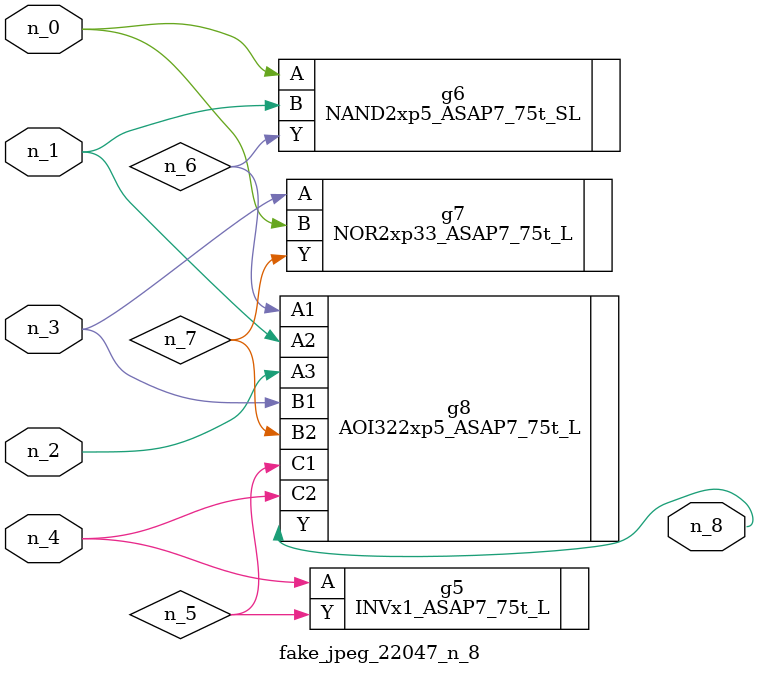
<source format=v>
module fake_jpeg_22047_n_8 (n_3, n_2, n_1, n_0, n_4, n_8);

input n_3;
input n_2;
input n_1;
input n_0;
input n_4;

output n_8;

wire n_6;
wire n_5;
wire n_7;

INVx1_ASAP7_75t_L g5 ( 
.A(n_4),
.Y(n_5)
);

NAND2xp5_ASAP7_75t_SL g6 ( 
.A(n_0),
.B(n_1),
.Y(n_6)
);

NOR2xp33_ASAP7_75t_L g7 ( 
.A(n_3),
.B(n_0),
.Y(n_7)
);

AOI322xp5_ASAP7_75t_L g8 ( 
.A1(n_6),
.A2(n_1),
.A3(n_2),
.B1(n_3),
.B2(n_7),
.C1(n_5),
.C2(n_4),
.Y(n_8)
);


endmodule
</source>
